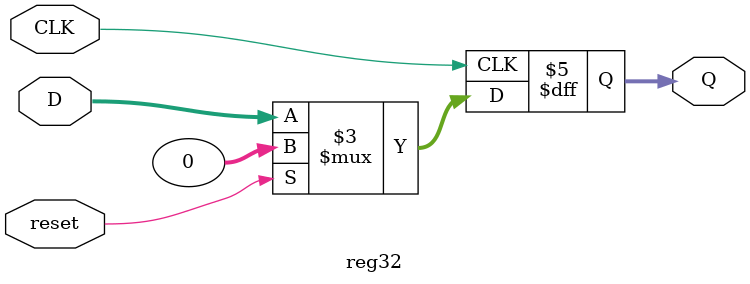
<source format=v>
module reg32 (reset, CLK, D, Q);

	input reset;
	input	CLK;
	input	[31:0]	D;
	output	[31:0]	Q;
	reg	[31:0]		Q;
	
	always@(posedge CLK)
	begin
		if (reset)
			Q=0;
		else
			Q=D;
	end		
			
endmodule

</source>
